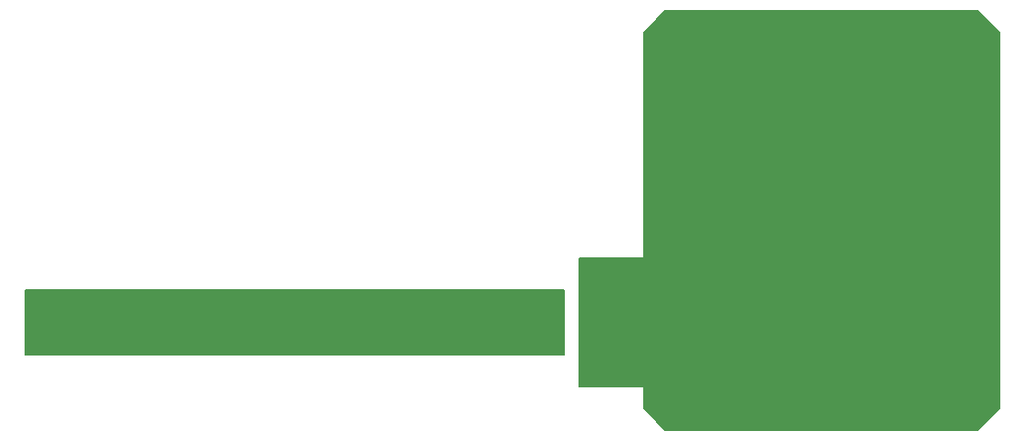
<source format=gbr>
G04 #@! TF.GenerationSoftware,KiCad,Pcbnew,7.0.6*
G04 #@! TF.CreationDate,2023-08-25T15:25:41+01:00*
G04 #@! TF.ProjectId,gdp_flexible,6764705f-666c-4657-9869-626c652e6b69,1.0*
G04 #@! TF.SameCoordinates,Original*
G04 #@! TF.FileFunction,Other,User*
%FSLAX46Y46*%
G04 Gerber Fmt 4.6, Leading zero omitted, Abs format (unit mm)*
G04 Created by KiCad (PCBNEW 7.0.6) date 2023-08-25 15:25:41*
%MOMM*%
%LPD*%
G01*
G04 APERTURE LIST*
%ADD10C,0.150000*%
G04 APERTURE END LIST*
D10*
X94600000Y-111000000D02*
X44500000Y-111000000D01*
X44500000Y-105000000D01*
X94600000Y-105000000D01*
X94600000Y-111000000D01*
G36*
X94600000Y-111000000D02*
G01*
X44500000Y-111000000D01*
X44500000Y-105000000D01*
X94600000Y-105000000D01*
X94600000Y-111000000D01*
G37*
X135000000Y-81000000D02*
X135000000Y-116000000D01*
X133000000Y-118000000D01*
X104000000Y-118000000D01*
X102000000Y-116000000D01*
X102000000Y-114000000D01*
X96000000Y-114000000D01*
X96000000Y-102000000D01*
X102000000Y-102000000D01*
X102000000Y-81000000D01*
X104000000Y-79000000D01*
X133000000Y-79000000D01*
X135000000Y-81000000D01*
G36*
X135000000Y-81000000D02*
G01*
X135000000Y-116000000D01*
X133000000Y-118000000D01*
X104000000Y-118000000D01*
X102000000Y-116000000D01*
X102000000Y-114000000D01*
X96000000Y-114000000D01*
X96000000Y-102000000D01*
X102000000Y-102000000D01*
X102000000Y-81000000D01*
X104000000Y-79000000D01*
X133000000Y-79000000D01*
X135000000Y-81000000D01*
G37*
M02*

</source>
